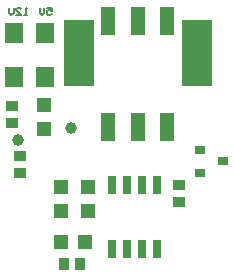
<source format=gbs>
G04*
G04 #@! TF.GenerationSoftware,Altium Limited,Altium Designer,25.8.1 (18)*
G04*
G04 Layer_Color=16711935*
%FSLAX44Y44*%
%MOMM*%
G71*
G04*
G04 #@! TF.SameCoordinates,25FCF4F7-ABCC-4757-B9A5-3A53D095655E*
G04*
G04*
G04 #@! TF.FilePolarity,Negative*
G04*
G01*
G75*
%ADD15R,0.9000X1.0000*%
%ADD16R,1.0000X0.9000*%
%ADD21R,1.2000X1.3000*%
%ADD23C,0.1500*%
%ADD26C,1.0000*%
%ADD27R,0.6500X1.5000*%
%ADD28R,1.5000X1.7500*%
%ADD29R,0.9000X0.8000*%
%ADD30R,1.2000X2.4000*%
%ADD31R,2.6000X5.6000*%
%ADD32R,1.3000X1.2000*%
D15*
X74001Y17999D02*
D03*
X60001D02*
D03*
D16*
X157500Y70500D02*
D03*
Y84500D02*
D03*
X23000Y95000D02*
D03*
Y109000D02*
D03*
X15866Y151297D02*
D03*
Y137297D02*
D03*
D21*
X57750Y36000D02*
D03*
X78250D02*
D03*
D23*
X28500Y228500D02*
X26501D01*
X27500D01*
Y234498D01*
X28500Y233498D01*
X19503Y228500D02*
X23502D01*
X19503Y232499D01*
Y233498D01*
X20503Y234498D01*
X22502D01*
X23502Y233498D01*
X17504Y234498D02*
Y230499D01*
X15504Y228500D01*
X13505Y230499D01*
Y234498D01*
X45501D02*
X49500D01*
Y231499D01*
X47501Y232499D01*
X46501D01*
X45501Y231499D01*
Y229500D01*
X46501Y228500D01*
X48500D01*
X49500Y229500D01*
X43502Y234498D02*
Y230499D01*
X41503Y228500D01*
X39503Y230499D01*
Y234498D01*
D26*
X21000Y123000D02*
D03*
X66000Y133000D02*
D03*
D27*
X100950Y84500D02*
D03*
X113650D02*
D03*
X126350D02*
D03*
X139050D02*
D03*
Y30500D02*
D03*
X126350D02*
D03*
X113650D02*
D03*
X100950D02*
D03*
D28*
X18116Y213048D02*
D03*
Y175548D02*
D03*
X43615Y213048D02*
D03*
Y175548D02*
D03*
D29*
X175000Y114000D02*
D03*
Y95000D02*
D03*
X195000Y104500D02*
D03*
D30*
X97530Y133480D02*
D03*
X122530D02*
D03*
X147530D02*
D03*
X97530Y223480D02*
D03*
X122530D02*
D03*
X147530D02*
D03*
D31*
X72530Y196480D02*
D03*
X172530D02*
D03*
D32*
X43366Y131548D02*
D03*
Y152048D02*
D03*
X80000Y62250D02*
D03*
Y82750D02*
D03*
X57500Y62250D02*
D03*
Y82750D02*
D03*
M02*

</source>
